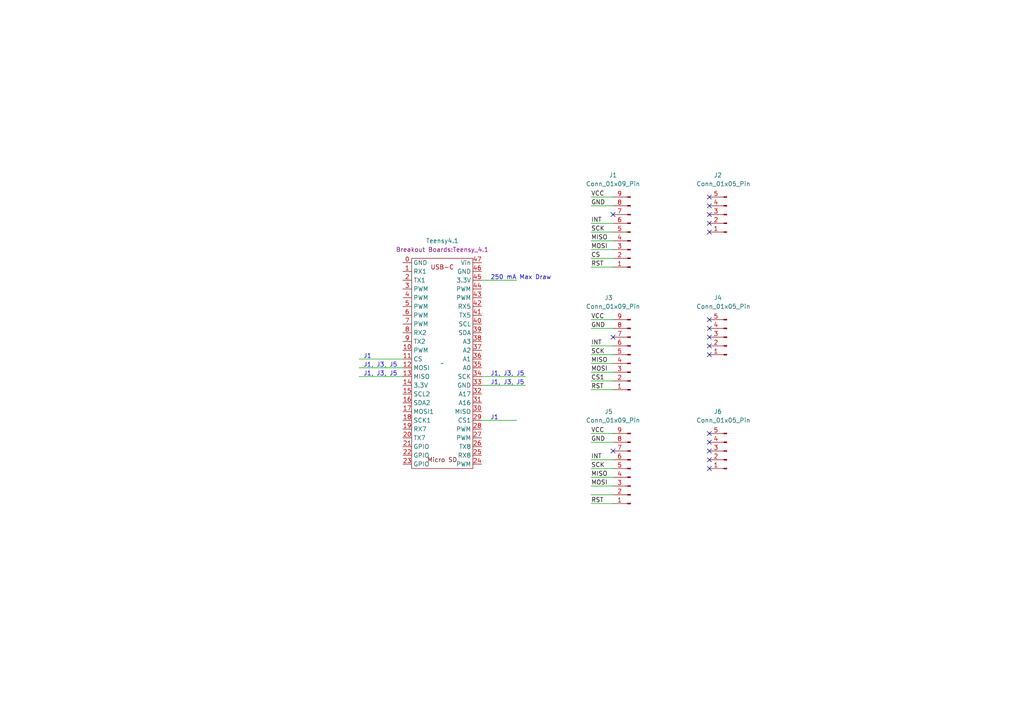
<source format=kicad_sch>
(kicad_sch (version 20230121) (generator eeschema)
  (paper "A4")
  (lib_symbols
    (symbol "Breakout Boards:Teensy_4.1"
      (property "Reference" "Teensy4.1" (at 0 0 90))
      (property "Footprint" "Breakout Boards:Teensy_4.1" (at 0 0 0))
      (symbol "Teensy_4.1_0_1"
        (rectangle (start -8.89 30.48) (end 8.89 -30.48))
      )
      (symbol "Teensy_4.1_1_1"
        (text "Micro SD" (at 0 -27.94 0) (effects (font (size 1.27 1.27))))
        (text "USB-C" (at 0 27.94 0) (effects (font (size 1.27 1.27))))
        (pin input line (at -11.43 29.21 0) (length 2.54) (name "GND") (number "0"))
        (pin input line (at -11.43 26.67 0) (length 2.54) (name "RX1") (number "1"))
        (pin input line (at -11.43 3.81 0) (length 2.54) (name "PWM") (number "10"))
        (pin input line (at -11.43 1.27 0) (length 2.54) (name "CS") (number "11"))
        (pin input line (at -11.43 -1.27 0) (length 2.54) (name "MOSI") (number "12"))
        (pin input line (at -11.43 -3.81 0) (length 2.54) (name "MISO") (number "13"))
        (pin input line (at -11.43 -6.35 0) (length 2.54) (name "3.3V") (number "14"))
        (pin input line (at -11.43 -8.89 0) (length 2.54) (name "SCL2") (number "15"))
        (pin input line (at -11.43 -11.43 0) (length 2.54) (name "SDA2") (number "16"))
        (pin input line (at -11.43 -13.97 0) (length 2.54) (name "MOSI1") (number "17"))
        (pin input line (at -11.43 -16.51 0) (length 2.54) (name "SCK1") (number "18"))
        (pin input line (at -11.43 -19.05 0) (length 2.54) (name "RX7") (number "19"))
        (pin input line (at -11.43 24.13 0) (length 2.54) (name "TX1") (number "2"))
        (pin input line (at -11.43 -21.59 0) (length 2.54) (name "TX7") (number "20"))
        (pin input line (at -11.43 -24.13 0) (length 2.54) (name "GPIO") (number "21"))
        (pin input line (at -11.43 -26.67 0) (length 2.54) (name "GPIO") (number "22"))
        (pin input line (at -11.43 -29.21 0) (length 2.54) (name "GPIO") (number "23"))
        (pin input line (at 11.43 -29.21 180) (length 2.54) (name "PWM") (number "24"))
        (pin input line (at 11.43 -26.67 180) (length 2.54) (name "RX8") (number "25"))
        (pin input line (at 11.43 -24.13 180) (length 2.54) (name "TX8") (number "26"))
        (pin input line (at 11.43 -21.59 180) (length 2.54) (name "PWM") (number "27"))
        (pin input line (at 11.43 -19.05 180) (length 2.54) (name "PWM") (number "28"))
        (pin input line (at 11.43 -16.51 180) (length 2.54) (name "CS1") (number "29"))
        (pin input line (at -11.43 21.59 0) (length 2.54) (name "PWM") (number "3"))
        (pin input line (at 11.43 -13.97 180) (length 2.54) (name "MISO") (number "30"))
        (pin input line (at 11.43 -11.43 180) (length 2.54) (name "A16") (number "31"))
        (pin input line (at 11.43 -8.89 180) (length 2.54) (name "A17") (number "32"))
        (pin input line (at 11.43 -6.35 180) (length 2.54) (name "GND") (number "33"))
        (pin input line (at 11.43 -3.81 180) (length 2.54) (name "SCK") (number "34"))
        (pin input line (at 11.43 -1.27 180) (length 2.54) (name "A0") (number "35"))
        (pin input line (at 11.43 1.27 180) (length 2.54) (name "A1") (number "36"))
        (pin input line (at 11.43 3.81 180) (length 2.54) (name "A2") (number "37"))
        (pin input line (at 11.43 6.35 180) (length 2.54) (name "A3") (number "38"))
        (pin input line (at 11.43 8.89 180) (length 2.54) (name "SDA") (number "39"))
        (pin input line (at -11.43 19.05 0) (length 2.54) (name "PWM") (number "4"))
        (pin input line (at 11.43 11.43 180) (length 2.54) (name "SCL") (number "40"))
        (pin input line (at 11.43 13.97 180) (length 2.54) (name "TX5") (number "41"))
        (pin input line (at 11.43 16.51 180) (length 2.54) (name "RX5") (number "42"))
        (pin input line (at 11.43 19.05 180) (length 2.54) (name "PWM") (number "43"))
        (pin input line (at 11.43 21.59 180) (length 2.54) (name "PWM") (number "44"))
        (pin input line (at 11.43 24.13 180) (length 2.54) (name "3.3V") (number "45"))
        (pin input line (at 11.43 26.67 180) (length 2.54) (name "GND") (number "46"))
        (pin input line (at 11.43 29.21 180) (length 2.54) (name "Vin") (number "47"))
        (pin input line (at -11.43 16.51 0) (length 2.54) (name "PWM") (number "5"))
        (pin input line (at -11.43 13.97 0) (length 2.54) (name "PWM") (number "6"))
        (pin input line (at -11.43 11.43 0) (length 2.54) (name "PWM") (number "7"))
        (pin input line (at -11.43 8.89 0) (length 2.54) (name "RX2") (number "8"))
        (pin input line (at -11.43 6.35 0) (length 2.54) (name "TX2") (number "9"))
      )
    )
    (symbol "Connector:Conn_01x05_Pin" (pin_names (offset 1.016) hide)
      (property "Reference" "J" (at 0 7.62 0))
      (property "Value" "Conn_01x05_Pin" (at 0 -7.62 0))
      (symbol "Conn_01x05_Pin_1_1"
        (polyline (pts (xy 1.27 -5.08) (xy 0.8636 -5.08)) (stroke (width 0.1524)))
        (polyline (pts (xy 1.27 -2.54) (xy 0.8636 -2.54)) (stroke (width 0.1524)))
        (polyline (pts (xy 1.27 0) (xy 0.8636 0)) (stroke (width 0.1524)))
        (polyline (pts (xy 1.27 2.54) (xy 0.8636 2.54)) (stroke (width 0.1524)))
        (polyline (pts (xy 1.27 5.08) (xy 0.8636 5.08)) (stroke (width 0.1524)))
        (rectangle (start 0.8636 -4.953) (end 0 -5.207) (stroke (width 0.1524)) (fill (type outline)))
        (rectangle (start 0.8636 -2.413) (end 0 -2.667) (stroke (width 0.1524)) (fill (type outline)))
        (rectangle (start 0.8636 0.127) (end 0 -0.127) (stroke (width 0.1524)) (fill (type outline)))
        (rectangle (start 0.8636 2.667) (end 0 2.413) (stroke (width 0.1524)) (fill (type outline)))
        (rectangle (start 0.8636 5.207) (end 0 4.953) (stroke (width 0.1524)) (fill (type outline)))
        (pin passive line (at 5.08 5.08 180) (length 3.81) (name "Pin_1") (number "1"))
        (pin passive line (at 5.08 2.54 180) (length 3.81) (name "Pin_2") (number "2"))
        (pin passive line (at 5.08 0 180) (length 3.81) (name "Pin_3") (number "3"))
        (pin passive line (at 5.08 -2.54 180) (length 3.81) (name "Pin_4") (number "4"))
        (pin passive line (at 5.08 -5.08 180) (length 3.81) (name "Pin_5") (number "5"))
      )
    )
    (symbol "Connector:Conn_01x09_Pin" (pin_names (offset 1.016) hide)
      (property "Reference" "J" (at 0 12.7 0))
      (property "Value" "Conn_01x09_Pin" (at 0 -12.7 0))
      (symbol "Conn_01x09_Pin_1_1"
        (polyline (pts (xy 1.27 -10.16) (xy 0.8636 -10.16)) (stroke (width 0.1524)))
        (polyline (pts (xy 1.27 -7.62) (xy 0.8636 -7.62)) (stroke (width 0.1524)))
        (polyline (pts (xy 1.27 -5.08) (xy 0.8636 -5.08)) (stroke (width 0.1524)))
        (polyline (pts (xy 1.27 -2.54) (xy 0.8636 -2.54)) (stroke (width 0.1524)))
        (polyline (pts (xy 1.27 0) (xy 0.8636 0)) (stroke (width 0.1524)))
        (polyline (pts (xy 1.27 2.54) (xy 0.8636 2.54)) (stroke (width 0.1524)))
        (polyline (pts (xy 1.27 5.08) (xy 0.8636 5.08)) (stroke (width 0.1524)))
        (polyline (pts (xy 1.27 7.62) (xy 0.8636 7.62)) (stroke (width 0.1524)))
        (polyline (pts (xy 1.27 10.16) (xy 0.8636 10.16)) (stroke (width 0.1524)))
        (rectangle (start 0.8636 -10.033) (end 0 -10.287) (stroke (width 0.1524)) (fill (type outline)))
        (rectangle (start 0.8636 -7.493) (end 0 -7.747) (stroke (width 0.1524)) (fill (type outline)))
        (rectangle (start 0.8636 -4.953) (end 0 -5.207) (stroke (width 0.1524)) (fill (type outline)))
        (rectangle (start 0.8636 -2.413) (end 0 -2.667) (stroke (width 0.1524)) (fill (type outline)))
        (rectangle (start 0.8636 0.127) (end 0 -0.127) (stroke (width 0.1524)) (fill (type outline)))
        (rectangle (start 0.8636 2.667) (end 0 2.413) (stroke (width 0.1524)) (fill (type outline)))
        (rectangle (start 0.8636 5.207) (end 0 4.953) (stroke (width 0.1524)) (fill (type outline)))
        (rectangle (start 0.8636 7.747) (end 0 7.493) (stroke (width 0.1524)) (fill (type outline)))
        (rectangle (start 0.8636 10.287) (end 0 10.033) (stroke (width 0.1524)) (fill (type outline)))
        (pin passive line (at 5.08 10.16 180) (length 3.81) (name "Pin_1") (number "1"))
        (pin passive line (at 5.08 7.62 180) (length 3.81) (name "Pin_2") (number "2"))
        (pin passive line (at 5.08 5.08 180) (length 3.81) (name "Pin_3") (number "3"))
        (pin passive line (at 5.08 2.54 180) (length 3.81) (name "Pin_4") (number "4"))
        (pin passive line (at 5.08 0 180) (length 3.81) (name "Pin_5") (number "5"))
        (pin passive line (at 5.08 -2.54 180) (length 3.81) (name "Pin_6") (number "6"))
        (pin passive line (at 5.08 -5.08 180) (length 3.81) (name "Pin_7") (number "7"))
        (pin passive line (at 5.08 -7.62 180) (length 3.81) (name "Pin_8") (number "8"))
        (pin passive line (at 5.08 -10.16 180) (length 3.81) (name "Pin_9") (number "9"))
      )
    )
  )
  (no_connect (at 205.74 130.81))
  (no_connect (at 205.74 92.71))
  (no_connect (at 177.8 130.81))
  (no_connect (at 205.74 95.25))
  (no_connect (at 205.74 64.77))
  (no_connect (at 205.74 128.27))
  (no_connect (at 205.74 100.33))
  (no_connect (at 205.74 125.73))
  (no_connect (at 177.8 97.79))
  (no_connect (at 205.74 67.31))
  (no_connect (at 205.74 133.35))
  (no_connect (at 205.74 97.79))
  (no_connect (at 205.74 102.87))
  (no_connect (at 205.74 59.69))
  (no_connect (at 205.74 57.15))
  (no_connect (at 177.8 62.23))
  (no_connect (at 205.74 135.89))
  (no_connect (at 205.74 62.23))
  (wire (pts (xy 104.14 106.68) (xy 116.84 106.68)))
  (wire (pts (xy 171.45 77.47) (xy 177.8 77.47)))
  (wire (pts (xy 139.7 121.92) (xy 149.86 121.92)))
  (wire (pts (xy 171.45 143.51) (xy 177.8 143.51)))
  (wire (pts (xy 171.45 107.95) (xy 177.8 107.95)))
  (wire (pts (xy 171.45 105.41) (xy 177.8 105.41)))
  (wire (pts (xy 171.45 135.89) (xy 177.8 135.89)))
  (wire (pts (xy 171.45 67.31) (xy 177.8 67.31)))
  (wire (pts (xy 171.45 133.35) (xy 177.8 133.35)))
  (wire (pts (xy 171.45 102.87) (xy 177.8 102.87)))
  (wire (pts (xy 171.45 100.33) (xy 177.8 100.33)))
  (wire (pts (xy 171.45 64.77) (xy 177.8 64.77)))
  (wire (pts (xy 104.14 104.14) (xy 116.84 104.14)))
  (wire (pts (xy 171.45 128.27) (xy 177.8 128.27)))
  (wire (pts (xy 171.45 125.73) (xy 177.8 125.73)))
  (wire (pts (xy 139.7 109.22) (xy 152.4 109.22)))
  (wire (pts (xy 171.45 146.05) (xy 177.8 146.05)))
  (wire (pts (xy 171.45 74.93) (xy 177.8 74.93)))
  (wire (pts (xy 139.7 111.76) (xy 152.4 111.76)))
  (wire (pts (xy 171.45 57.15) (xy 177.8 57.15)))
  (wire (pts (xy 171.45 92.71) (xy 177.8 92.71)))
  (wire (pts (xy 171.45 69.85) (xy 177.8 69.85)))
  (wire (pts (xy 171.45 110.49) (xy 177.8 110.49)))
  (wire (pts (xy 171.45 138.43) (xy 177.8 138.43)))
  (wire (pts (xy 171.45 113.03) (xy 177.8 113.03)))
  (wire (pts (xy 104.14 109.22) (xy 116.84 109.22)))
  (wire (pts (xy 171.45 72.39) (xy 177.8 72.39)))
  (wire (pts (xy 171.45 95.25) (xy 177.8 95.25)))
  (wire (pts (xy 171.45 59.69) (xy 177.8 59.69)))
  (wire (pts (xy 171.45 140.97) (xy 177.8 140.97)))
  (wire (pts (xy 139.7 81.28) (xy 149.86 81.28)))
  (text "J1, J3, J5" (at 142.24 109.22 0) (effects (font (size 1.27 1.27)) (justify left bottom)))
  (text "J1" (at 105.41 104.14 0) (effects (font (size 1.27 1.27)) (justify left bottom)))
  (text "J1" (at 142.24 121.92 0) (effects (font (size 1.27 1.27)) (justify left bottom)))
  (text "J1, J3, J5" (at 142.24 111.76 0) (effects (font (size 1.27 1.27)) (justify left bottom)))
  (text "J1, J3, J5" (at 105.41 106.68 0) (effects (font (size 1.27 1.27)) (justify left bottom)))
  (text "250 mA Max Draw" (at 142.24 81.28 0) (effects (font (size 1.27 1.27)) (justify left bottom)))
  (text "J1, J3, J5" (at 105.41 109.22 0) (effects (font (size 1.27 1.27)) (justify left bottom)))
  (label "CS" (at 171.45 74.93 0))
  (label "GND" (at 171.45 59.69 0))
  (label "MISO" (at 171.45 69.85 0))
  (label "RST" (at 171.45 77.47 0))
  (label "SCK" (at 171.45 135.89 0))
  (label "INT" (at 171.45 133.35 0))
  (label "MOSI" (at 171.45 107.95 0))
  (label "VCC" (at 171.45 92.71 0))
  (label "SCK" (at 171.45 102.87 0))
  (label "GND" (at 171.45 128.27 0))
  (label "RST" (at 171.45 113.03 0))
  (label "MOSI" (at 171.45 140.97 0))
  (label "VCC" (at 171.45 57.15 0))
  (label "INT" (at 171.45 64.77 0))
  (label "MISO" (at 171.45 105.41 0))
  (label "INT" (at 171.45 100.33 0))
  (label "CS1" (at 171.45 110.49 0))
  (label "SCK" (at 171.45 67.31 0))
  (label "MISO" (at 171.45 138.43 0))
  (label "RST" (at 171.45 146.05 0))
  (label "VCC" (at 171.45 125.73 0))
  (label "GND" (at 171.45 95.25 0))
  (label "MOSI" (at 171.45 72.39 0))
  (symbol (lib_id "Connector:Conn_01x09_Pin") (at 182.88 135.89 180) (unit 1)
    (property "Reference" "J5" (at 176.53 119.38 0))
    (property "Value" "Conn_01x09_Pin" (at 177.8 121.92 0))
    (property "Footprint" "Connector_PinHeader_2.54mm:PinHeader_1x09_P2.54mm_Vertical" (effects hide))
  )
  (symbol (lib_id "Connector:Conn_01x09_Pin") (at 182.88 102.87 180) (unit 1)
    (property "Reference" "J3" (at 176.53 86.36 0))
    (property "Value" "Conn_01x09_Pin" (at 177.8 88.9 0))
    (property "Footprint" "Connector_PinHeader_2.54mm:PinHeader_1x09_P2.54mm_Vertical" (effects hide))
  )
  (symbol (lib_id "Connector:Conn_01x05_Pin") (at 210.82 97.79 180) (unit 1)
    (property "Reference" "J4" (at 207.01 86.36 0) (effects (justify right)))
    (property "Value" "Conn_01x05_Pin" (at 201.93 88.9 0) (effects (justify right)))
    (property "Footprint" "Connector_PinHeader_2.54mm:PinHeader_1x05_P2.54mm_Vertical" (effects hide))
  )
  (symbol (lib_id "Connector:Conn_01x05_Pin") (at 210.82 62.23 180) (unit 1)
    (property "Reference" "J2" (at 207.01 50.8 0) (effects (justify right)))
    (property "Value" "Conn_01x05_Pin" (at 201.93 53.34 0) (effects (justify right)))
    (property "Footprint" "Connector_PinHeader_2.54mm:PinHeader_1x05_P2.54mm_Vertical" (effects hide))
  )
  (symbol (lib_id "Breakout Boards:Teensy_4.1") (at 128.27 105.41 0) (unit 1)
    (property "Reference" "Teensy4.1" (at 128.27 69.85 0))
    (property "Value" "~" (at 128.27 105.41 0))
    (property "Footprint" "Breakout Boards:Teensy_4.1" (at 128.27 72.39 0))
  )
  (symbol (lib_id "Connector:Conn_01x05_Pin") (at 210.82 130.81 180) (unit 1)
    (property "Reference" "J6" (at 207.01 119.38 0) (effects (justify right)))
    (property "Value" "Conn_01x05_Pin" (at 201.93 121.92 0) (effects (justify right)))
    (property "Footprint" "Connector_PinHeader_2.54mm:PinHeader_1x05_P2.54mm_Vertical" (effects hide))
  )
  (symbol (lib_id "Connector:Conn_01x09_Pin") (at 182.88 67.31 180) (unit 1)
    (property "Reference" "J1" (at 177.8 50.8 0))
    (property "Value" "Conn_01x09_Pin" (at 177.8 53.34 0))
    (property "Footprint" "Connector_PinHeader_2.54mm:PinHeader_1x09_P2.54mm_Vertical" (effects hide))
  )
)
</source>
